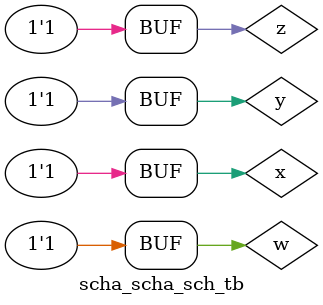
<source format=v>

`timescale 1ns / 1ps

module scha_scha_sch_tb();

// Inputs
   reg w;
   reg y;
   reg x;
   reg z;

// Output
   wire f1;
   wire f2;
   wire f3;

// Bidirs

// Instantiate the UUT
   scha UUT (
		.w(w), 
		.y(y), 
		.x(x), 
		.z(z), 
		.f1(f1), 
		.f2(f2), 
		.f3(f3)
   );
// Initialize Inputs
	initial begin
		// Initialize Inputs
		w=0;
		x=0;
		y=0;
		z=0;
		#50;
		
		
		w=0;
		x=0;
		y=0;
		z=1;
		#50;
		
		
		w=0;
		x=0;
		y=1;
		z=0;
		#50;
		
		w=0;
		x=0;
		y=1;
		z=1;
		#50;
		
		w=0;
		x=1;
		y=0;
		z=0;
		#50;
		
		w=0;
		x=1;
		y=0;
		z=1;
		#50;
		
		w=0;
		x=1;
		y=1;
		z=0;
		#50;
		
		w=0;
		x=1;
		y=1;
		z=1;
		#50;
		
		w=1;
		x=0;
		y=0;
		z=0;
		#50;
		
		w=1;
		x=0;
		y=0;
		z=1;
		#50;
		
		w=1;
		x=0;
		y=1;
		z=0;
		#50;
		
		w=1;
		x=0;
		y=1;
		z=1;
		#50;
		
		w=1;
		x=1;
		y=0;
		z=0;
		#50;
		
		w=1;
		x=1;
		y=0;
		z=1;
		#50;
		
		w=1;
		x=1;
		y=1;
		z=0;
		#50;
		
		w=1;
		x=1;
		y=1;
		z=1;
		#50;
		// Add stimulus here

	end
endmodule

</source>
